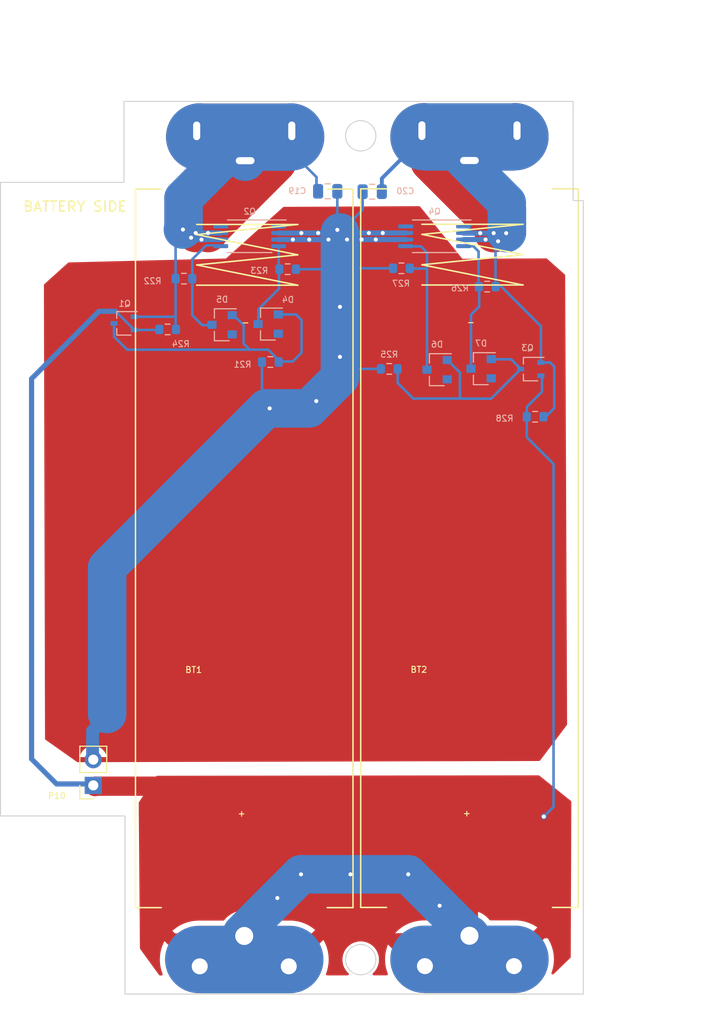
<source format=kicad_pcb>
(kicad_pcb (version 20211014) (generator pcbnew)
  (title_block (date "2023-04-13"))
  (layers (0 "F.Cu" signal) (31 "B.Cu" signal) (34 "B.Paste" user) (35 "F.Paste" user) (36 "B.SilkS" user "B.Silkscreen") (37 "F.SilkS" user "F.Silkscreen") (38 "B.Mask" user) (39 "F.Mask" user) (44 "Edge.Cuts" user))
  (net 0 "")
  (net 1 "/BATT+")
  (net 2 "Net-(BT1-Pad2)")
  (net 3 "Net-(BT2-Pad2)")
  (net 4 "/PWR_GND")
  (net 5 "Net-(D4-Pad1)")
  (net 6 "Net-(D4-Pad2)")
  (net 7 "Net-(D5-Pad1)")
  (net 8 "Net-(D6-Pad1)")
  (net 9 "Net-(D6-Pad2)")
  (net 10 "Net-(D7-Pad1)")
  (footprint "CustomComponents:Battery 21700" (layer "F.Cu") (at 151.79 95.96 180)
    (fp_text reference "BT1" (at 5 -12 unlocked) (layer "F.SilkS") (effects (font (size 0.6 0.6) (thickness 0.1))))
    (fp_text value "Battery_multi_cell" hide)
    (fp_text user "+" (at 0.26 -26.28 180 unlocked) (layer "F.SilkS") (effects (font (size 0.6 0.6) (thickness 0.1))))
    (fp_text user "-" (at -0.13 22.23 180 unlocked) (layer "F.SilkS") (effects (font (size 0.6 0.6) (thickness 0.1))))
    (fp_line (start 4.7 28) (end -5.3 26) (layer "F.SilkS") (width 0.15))
    (fp_line (start 10.75 35.5) (end 8.2 35.5) (layer "F.SilkS") (width 0.15))
    (fp_line (start -10.75 35.5) (end -8.2 35.5) (layer "F.SilkS") (width 0.15))
    (fp_line (start -10.75 -35.5) (end -10.75 35.5) (layer "F.SilkS") (width 0.15))
    (fp_line (start -5.3 29) (end 4.7 28) (layer "F.SilkS") (width 0.15))
    (fp_line (start 10.75 -35.5) (end 8.2 -35.5) (layer "F.SilkS") (width 0.15))
    (fp_line (start -10.75 -35.5) (end -8.2 -35.5) (layer "F.SilkS") (width 0.15))
    (fp_line (start -5.3 26) (end 4.7 26) (layer "F.SilkS") (width 0.15))
    (fp_line (start -5.3 32) (end 4.7 31) (layer "F.SilkS") (width 0.15))
    (fp_line (start -5.3 32) (end 4.7 32) (layer "F.SilkS") (width 0.15))
    (fp_line (start 10.75 -35.5) (end 10.75 35.5) (layer "F.SilkS") (width 0.15))
    (fp_line (start 4.7 31) (end -5.3 29) (layer "F.SilkS") (width 0.15))
    (pad "1" thru_hole circle (at 4.4 -41.3 180) (size 4 4) (drill 1.58) (layers *.Cu *.Mask) (net 1 "/BATT+"))
    (pad "1" thru_hole custom (at 0 -38.3 180) (size 4 4) (drill 1.78) (layers *.Cu *.Mask) (net 1 "/BATT+") (options (clearance outline) (anchor circle)) (primitives (gr_poly (pts (xy 4.5 1) (xy -4.5 1) (xy -4.5 -5.65) (xy 4.5 -5.65)) (width 0.01) (fill yes)) (gr_circle (center 4.5 -2.325) (end 7.825 -2.325) (width 0) (fill yes)) (gr_circle (center -4.5 -2.325) (end -1.175 -2.325) (width 0.01) (fill yes))))
    (pad "1" thru_hole circle (at -4.4 -41.3 180) (size 4 4) (drill 1.58) (layers *.Cu *.Mask) (net 1 "/BATT+"))
    (pad "2" thru_hole custom (at -0.09 38.3) (size 4 4) (drill oval 1.85 0.7) (layers *.Cu *.Mask) (net 2 "Net-(BT1-Pad2)") (options (clearance outline) (anchor circle)) (primitives (gr_poly (pts (xy 4.5 1) (xy -4.5 1) (xy -4.5 -5.65) (xy 4.5 -5.65)) (width 0) (fill yes)) (gr_circle (center 4.5 -2.35) (end 7.825 -2.35) (width 0) (fill yes)) (gr_circle (center -4.5 -2.35) (end -1.175 -2.35) (width 0) (fill yes))))
    (pad "2" thru_hole oval (at 4.7 41.25 180) (size 0.7 1.85) (drill oval 0.7 1.85) (layers *.Cu *.Mask) (net 2 "Net-(BT1-Pad2)"))
    (pad "2" thru_hole oval (at -4.7 41.25 180) (size 0.7 1.85) (drill oval 0.7 1.85) (layers *.Cu *.Mask) (net 2 "Net-(BT1-Pad2)"))
  )
  (footprint "Connector_PinSocket_2.54mm:PinSocket_1x02_P2.54mm_Vertical" (layer "F.Cu") (at 136.87 119.38 180)
    (fp_text reference "P10" (at 3.6 -1.03 unlocked) (layer "F.SilkS") (effects (font (size 0.6 0.6) (thickness 0.1))))
    (fp_text value "Conn_01x02_Female")
    (fp_line (start 1.33 -1.33) (end 1.33 0) (layer "F.SilkS") (width 0.12))
    (fp_line (start -1.33 1.27) (end -1.33 3.87) (layer "F.SilkS") (width 0.12))
    (fp_line (start -1.33 3.87) (end 1.33 3.87) (layer "F.SilkS") (width 0.12))
    (fp_line (start 1.33 1.27) (end 1.33 3.87) (layer "F.SilkS") (width 0.12))
    (fp_line (start -1.33 1.27) (end 1.33 1.27) (layer "F.SilkS") (width 0.12))
    (fp_line (start 0 -1.33) (end 1.33 -1.33) (layer "F.SilkS") (width 0.12))
    (pad "1" thru_hole rect (at 0 0 180) (size 1.7 1.7) (drill 1) (layers *.Cu *.Mask) (net 1 "/BATT+"))
    (pad "2" thru_hole oval (at 0 2.54 180) (size 1.7 1.7) (drill 1) (layers *.Cu *.Mask) (net 4 "/PWR_GND"))
  )
  (footprint "CustomComponents:Battery 21700" (layer "F.Cu") (at 174.05 95.94 180)
    (fp_text reference "BT2" (at 5 -12 unlocked) (layer "F.SilkS") (effects (font (size 0.6 0.6) (thickness 0.1))))
    (fp_text value "Battery_multi_cell" hide)
    (fp_text user "-" (at -0.13 22.23 180 unlocked) (layer "F.SilkS") (effects (font (size 0.6 0.6) (thickness 0.1))))
    (fp_text user "+" (at 0.26 -26.28 180 unlocked) (layer "F.SilkS") (effects (font (size 0.6 0.6) (thickness 0.1))))
    (fp_line (start -5.3 29) (end 4.7 28) (layer "F.SilkS") (width 0.15))
    (fp_line (start 10.75 -35.5) (end 8.2 -35.5) (layer "F.SilkS") (width 0.15))
    (fp_line (start -5.3 32) (end 4.7 32) (layer "F.SilkS") (width 0.15))
    (fp_line (start 4.7 31) (end -5.3 29) (layer "F.SilkS") (width 0.15))
    (fp_line (start -10.75 35.5) (end -8.2 35.5) (layer "F.SilkS") (width 0.15))
    (fp_line (start 10.75 35.5) (end 8.2 35.5) (layer "F.SilkS") (width 0.15))
    (fp_line (start -10.75 -35.5) (end -10.75 35.5) (layer "F.SilkS") (width 0.15))
    (fp_line (start 4.7 28) (end -5.3 26) (layer "F.SilkS") (width 0.15))
    (fp_line (start 10.75 -35.5) (end 10.75 35.5) (layer "F.SilkS") (width 0.15))
    (fp_line (start -10.75 -35.5) (end -8.2 -35.5) (layer "F.SilkS") (width 0.15))
    (fp_line (start -5.3 32) (end 4.7 31) (layer "F.SilkS") (width 0.15))
    (fp_line (start -5.3 26) (end 4.7 26) (layer "F.SilkS") (width 0.15))
    (pad "1" thru_hole circle (at 4.4 -41.3 180) (size 4 4) (drill 1.58) (layers *.Cu *.Mask) (net 1 "/BATT+"))
    (pad "1" thru_hole custom (at 0 -38.3 180) (size 4 4) (drill 1.78) (layers *.Cu *.Mask) (net 1 "/BATT+") (options (clearance outline) (anchor circle)) (primitives (gr_poly (pts (xy 4.5 1) (xy -4.5 1) (xy -4.5 -5.65) (xy 4.5 -5.65)) (width 0.01) (fill yes)) (gr_circle (center 4.5 -2.325) (end 7.825 -2.325) (width 0) (fill yes)) (gr_circle (center -4.5 -2.325) (end -1.175 -2.325) (width 0.01) (fill yes))))
    (pad "1" thru_hole circle (at -4.4 -41.3 180) (size 4 4) (drill 1.58) (layers *.Cu *.Mask) (net 1 "/BATT+"))
    (pad "2" thru_hole custom (at 0 38.3) (size 4 4) (drill oval 1.85 0.7) (layers *.Cu *.Mask) (net 3 "Net-(BT2-Pad2)") (options (clearance outline) (anchor circle)) (primitives (gr_poly (pts (xy 4.5 1) (xy -4.5 1) (xy -4.5 -5.65) (xy 4.5 -5.65)) (width 0) (fill yes)) (gr_circle (center 4.5 -2.35) (end 7.825 -2.35) (width 0) (fill yes)) (gr_circle (center -4.5 -2.35) (end -1.175 -2.35) (width 0) (fill yes))))
    (pad "2" thru_hole oval (at 4.7 41.25 180) (size 0.7 1.85) (drill oval 0.7 1.85) (layers *.Cu *.Mask) (net 3 "Net-(BT2-Pad2)"))
    (pad "2" thru_hole oval (at -4.7 41.25 180) (size 0.7 1.85) (drill oval 0.7 1.85) (layers *.Cu *.Mask) (net 3 "Net-(BT2-Pad2)"))
  )
  (footprint "Package_SO:TSSOP-8_4.4x3mm_P0.65mm" (layer "B.Cu") (at 170.609997 65.1256 180)
    (fp_text reference "Q4" (at 0 2.45 unlocked) (layer "B.SilkS") (effects (font (size 0.6 0.6) (thickness 0.1)) (justify mirror)))
    (fp_text value "8205A")
    (fp_line (start 0 1.61) (end 2.2 1.61) (layer "B.SilkS") (width 0.12))
    (fp_line (start 0 -1.61) (end 2.2 -1.61) (layer "B.SilkS") (width 0.12))
    (fp_line (start 0 -1.61) (end -2.2 -1.61) (layer "B.SilkS") (width 0.12))
    (fp_line (start 0 1.61) (end -3.6 1.61) (layer "B.SilkS") (width 0.12))
    (pad "1" smd roundrect (at -2.8625 0.975 180) (size 1.475 0.4) (layers "B.Cu" "B.Paste" "B.Mask"))
    (pad "2" smd roundrect (at -2.8625 0.325 180) (size 1.475 0.4) (layers "B.Cu" "B.Paste" "B.Mask") (net 3 "Net-(BT2-Pad2)"))
    (pad "3" smd roundrect (at -2.8625 -0.325 180) (size 1.475 0.4) (layers "B.Cu" "B.Paste" "B.Mask") (net 3 "Net-(BT2-Pad2)"))
    (pad "4" smd roundrect (at -2.8625 -0.975 180) (size 1.475 0.4) (layers "B.Cu" "B.Paste" "B.Mask") (net 10 "Net-(D7-Pad1)"))
    (pad "5" smd roundrect (at 2.8625 -0.975 180) (size 1.475 0.4) (layers "B.Cu" "B.Paste" "B.Mask") (net 8 "Net-(D6-Pad1)"))
    (pad "6" smd roundrect (at 2.8625 -0.325 180) (size 1.475 0.4) (layers "B.Cu" "B.Paste" "B.Mask") (net 4 "/PWR_GND"))
    (pad "7" smd roundrect (at 2.8625 0.325 180) (size 1.475 0.4) (layers "B.Cu" "B.Paste" "B.Mask") (net 4 "/PWR_GND"))
    (pad "8" smd roundrect (at 2.8625 0.975 180) (size 1.475 0.4) (layers "B.Cu" "B.Paste" "B.Mask"))
  )
  (footprint "Capacitor_SMD:C_0805_2012Metric" (layer "B.Cu") (at 160.04 60.68)
    (fp_text reference "C19" (at -3.01 -0.04 unlocked) (layer "B.SilkS") (effects (font (size 0.6 0.6) (thickness 0.1)) (justify mirror)))
    (fp_text value "1uF")
    (fp_line (start -0.261252 -0.735) (end 0.261252 -0.735) (layer "B.SilkS") (width 0.12))
    (fp_line (start -0.261252 0.735) (end 0.261252 0.735) (layer "B.SilkS") (width 0.12))
    (pad "1" smd roundrect (at -0.95 0) (size 1 1.45) (layers "B.Cu" "B.Paste" "B.Mask") (net 2 "Net-(BT1-Pad2)"))
    (pad "2" smd roundrect (at 0.95 0) (size 1 1.45) (layers "B.Cu" "B.Paste" "B.Mask") (net 4 "/PWR_GND"))
  )
  (footprint "Resistor_SMD:R_0603_1608Metric" (layer "B.Cu") (at 167.33 68.29 180)
    (fp_text reference "R27" (at 0.04 -1.5 unlocked) (layer "B.SilkS") (effects (font (size 0.6 0.6) (thickness 0.1)) (justify mirror)))
    (fp_text value "20K")
    (fp_line (start -0.237258 -0.5225) (end 0.237258 -0.5225) (layer "B.SilkS") (width 0.12))
    (fp_line (start -0.237258 0.5225) (end 0.237258 0.5225) (layer "B.SilkS") (width 0.12))
    (pad "1" smd roundrect (at -0.825 0 180) (size 0.8 0.95) (layers "B.Cu" "B.Paste" "B.Mask") (net 8 "Net-(D6-Pad1)"))
    (pad "2" smd roundrect (at 0.825 0 180) (size 0.8 0.95) (layers "B.Cu" "B.Paste" "B.Mask") (net 4 "/PWR_GND"))
  )
  (footprint "Resistor_SMD:R_0603_1608Metric" (layer "B.Cu") (at 166.12 78.23 180)
    (fp_text reference "R25" (at 0 1.43 unlocked) (layer "B.SilkS") (effects (font (size 0.6 0.6) (thickness 0.1)) (justify mirror)))
    (fp_text value "100K")
    (fp_line (start -0.237258 0.5225) (end 0.237258 0.5225) (layer "B.SilkS") (width 0.12))
    (fp_line (start -0.237258 -0.5225) (end 0.237258 -0.5225) (layer "B.SilkS") (width 0.12))
    (pad "1" smd roundrect (at -0.825 0 180) (size 0.8 0.95) (layers "B.Cu" "B.Paste" "B.Mask") (net 9 "Net-(D6-Pad2)"))
    (pad "2" smd roundrect (at 0.825 0 180) (size 0.8 0.95) (layers "B.Cu" "B.Paste" "B.Mask") (net 4 "/PWR_GND"))
  )
  (footprint "Resistor_SMD:R_0603_1608Metric" (layer "B.Cu") (at 156.08 68.38)
    (fp_text reference "R23" (at -2.8 0.14 unlocked) (layer "B.SilkS") (effects (font (size 0.6 0.6) (thickness 0.1)) (justify mirror)))
    (fp_text value "20K")
    (fp_line (start -0.237258 -0.5225) (end 0.237258 -0.5225) (layer "B.SilkS") (width 0.12))
    (fp_line (start -0.237258 0.5225) (end 0.237258 0.5225) (layer "B.SilkS") (width 0.12))
    (pad "1" smd roundrect (at -0.825 0) (size 0.8 0.95) (layers "B.Cu" "B.Paste" "B.Mask") (net 5 "Net-(D4-Pad1)"))
    (pad "2" smd roundrect (at 0.825 0) (size 0.8 0.95) (layers "B.Cu" "B.Paste" "B.Mask") (net 4 "/PWR_GND"))
  )
  (footprint "Diode_SMD:D_SOT-23_ANK" (layer "B.Cu") (at 170.85 78.31 180)
    (fp_text reference "D6" (at 0 2.5 unlocked) (layer "B.SilkS") (effects (font (size 0.6 0.6) (thickness 0.1)) (justify mirror)))
    (fp_text value "MMBD914")
    (fp_line (start 0.76 1.58) (end -1.4 1.58) (layer "B.SilkS") (width 0.12))
    (fp_line (start 0.76 1.58) (end 0.76 0.65) (layer "B.SilkS") (width 0.12))
    (fp_line (start 0.76 -1.58) (end 0.76 -0.65) (layer "B.SilkS") (width 0.12))
    (fp_line (start 0.76 -1.58) (end -0.7 -1.58) (layer "B.SilkS") (width 0.12))
    (pad "" smd rect (at -1 -0.95 180) (size 0.9 0.8) (layers "B.Cu" "B.Paste" "B.Mask"))
    (pad "1" smd rect (at 1 0 180) (size 0.9 0.8) (layers "B.Cu" "B.Paste" "B.Mask") (net 8 "Net-(D6-Pad1)"))
    (pad "2" smd rect (at -1 0.95 180) (size 0.9 0.8) (layers "B.Cu" "B.Paste" "B.Mask") (net 9 "Net-(D6-Pad2)"))
  )
  (footprint "Package_SO:TSSOP-8_4.4x3mm_P0.65mm" (layer "B.Cu") (at 152.329998 65.1256 180)
    (fp_text reference "Q2" (at 0 2.45 unlocked) (layer "B.SilkS") (effects (font (size 0.6 0.6) (thickness 0.1)) (justify mirror)))
    (fp_text value "8205A")
    (fp_line (start 0 1.61) (end 2.2 1.61) (layer "B.SilkS") (width 0.12))
    (fp_line (start 0 -1.61) (end 2.2 -1.61) (layer "B.SilkS") (width 0.12))
    (fp_line (start 0 1.61) (end -3.6 1.61) (layer "B.SilkS") (width 0.12))
    (fp_line (start 0 -1.61) (end -2.2 -1.61) (layer "B.SilkS") (width 0.12))
    (pad "1" smd roundrect (at -2.8625 0.975 180) (size 1.475 0.4) (layers "B.Cu" "B.Paste" "B.Mask"))
    (pad "2" smd roundrect (at -2.8625 0.325 180) (size 1.475 0.4) (layers "B.Cu" "B.Paste" "B.Mask") (net 4 "/PWR_GND"))
    (pad "3" smd roundrect (at -2.8625 -0.325 180) (size 1.475 0.4) (layers "B.Cu" "B.Paste" "B.Mask") (net 4 "/PWR_GND"))
    (pad "4" smd roundrect (at -2.8625 -0.975 180) (size 1.475 0.4) (layers "B.Cu" "B.Paste" "B.Mask") (net 5 "Net-(D4-Pad1)"))
    (pad "5" smd roundrect (at 2.8625 -0.975 180) (size 1.475 0.4) (layers "B.Cu" "B.Paste" "B.Mask") (net 7 "Net-(D5-Pad1)"))
    (pad "6" smd roundrect (at 2.8625 -0.325 180) (size 1.475 0.4) (layers "B.Cu" "B.Paste" "B.Mask") (net 2 "Net-(BT1-Pad2)"))
    (pad "7" smd roundrect (at 2.8625 0.325 180) (size 1.475 0.4) (layers "B.Cu" "B.Paste" "B.Mask") (net 2 "Net-(BT1-Pad2)"))
    (pad "8" smd roundrect (at 2.8625 0.975 180) (size 1.475 0.4) (layers "B.Cu" "B.Paste" "B.Mask"))
  )
  (footprint "Resistor_SMD:R_0603_1608Metric" (layer "B.Cu") (at 154.37 77.55 180)
    (fp_text reference "R21" (at 2.75 -0.24 unlocked) (layer "B.SilkS") (effects (font (size 0.6 0.6) (thickness 0.1)) (justify mirror)))
    (fp_text value "100K")
    (fp_line (start -0.237258 -0.5225) (end 0.237258 -0.5225) (layer "B.SilkS") (width 0.12))
    (fp_line (start -0.237258 0.5225) (end 0.237258 0.5225) (layer "B.SilkS") (width 0.12))
    (pad "1" smd roundrect (at -0.825 0 180) (size 0.8 0.95) (layers "B.Cu" "B.Paste" "B.Mask") (net 6 "Net-(D4-Pad2)"))
    (pad "2" smd roundrect (at 0.825 0 180) (size 0.8 0.95) (layers "B.Cu" "B.Paste" "B.Mask") (net 4 "/PWR_GND"))
  )
  (footprint "Resistor_SMD:R_0603_1608Metric" (layer "B.Cu") (at 175.8 70.1)
    (fp_text reference "R26" (at -2.69 0.15 unlocked) (layer "B.SilkS") (effects (font (size 0.6 0.6) (thickness 0.1)) (justify mirror)))
    (fp_text value "100K")
    (fp_line (start -0.237258 0.5225) (end 0.237258 0.5225) (layer "B.SilkS") (width 0.12))
    (fp_line (start -0.237258 -0.5225) (end 0.237258 -0.5225) (layer "B.SilkS") (width 0.12))
    (pad "1" smd roundrect (at -0.825 0) (size 0.8 0.95) (layers "B.Cu" "B.Paste" "B.Mask") (net 10 "Net-(D7-Pad1)"))
    (pad "2" smd roundrect (at 0.825 0) (size 0.8 0.95) (layers "B.Cu" "B.Paste" "B.Mask") (net 3 "Net-(BT2-Pad2)"))
  )
  (footprint "Diode_SMD:D_SOT-23_ANK" (layer "B.Cu") (at 175.2 78.21 180)
    (fp_text reference "D7" (at 0 2.5 unlocked) (layer "B.SilkS") (effects (font (size 0.6 0.6) (thickness 0.1)) (justify mirror)))
    (fp_text value "MMBD914")
    (fp_line (start 0.76 1.58) (end -1.4 1.58) (layer "B.SilkS") (width 0.12))
    (fp_line (start 0.76 1.58) (end 0.76 0.65) (layer "B.SilkS") (width 0.12))
    (fp_line (start 0.76 -1.58) (end 0.76 -0.65) (layer "B.SilkS") (width 0.12))
    (fp_line (start 0.76 -1.58) (end -0.7 -1.58) (layer "B.SilkS") (width 0.12))
    (pad "" smd rect (at -1 -0.95 180) (size 0.9 0.8) (layers "B.Cu" "B.Paste" "B.Mask"))
    (pad "1" smd rect (at 1 0 180) (size 0.9 0.8) (layers "B.Cu" "B.Paste" "B.Mask") (net 10 "Net-(D7-Pad1)"))
    (pad "2" smd rect (at -1 0.95 180) (size 0.9 0.8) (layers "B.Cu" "B.Paste" "B.Mask") (net 9 "Net-(D6-Pad2)"))
  )
  (footprint "Resistor_SMD:R_0603_1608Metric" (layer "B.Cu") (at 180.54 82.96)
    (fp_text reference "R28" (at -3.02 0.16 unlocked) (layer "B.SilkS") (effects (font (size 0.6 0.6) (thickness 0.1)) (justify mirror)))
    (fp_text value "10K")
    (fp_line (start -0.237258 0.5225) (end 0.237258 0.5225) (layer "B.SilkS") (width 0.12))
    (fp_line (start -0.237258 -0.5225) (end 0.237258 -0.5225) (layer "B.SilkS") (width 0.12))
    (pad "1" smd roundrect (at -0.825 0) (size 0.8 0.95) (layers "B.Cu" "B.Paste" "B.Mask") (net 1 "/BATT+"))
    (pad "2" smd roundrect (at 0.825 0) (size 0.8 0.95) (layers "B.Cu" "B.Paste" "B.Mask") (net 3 "Net-(BT2-Pad2)"))
  )
  (footprint "Diode_SMD:D_SOT-23_ANK" (layer "B.Cu") (at 149.6 73.87 180)
    (fp_text reference "D5" (at 0 2.5 unlocked) (layer "B.SilkS") (effects (font (size 0.6 0.6) (thickness 0.1)) (justify mirror)))
    (fp_text value "MMBD914")
    (fp_line (start 0.76 -1.58) (end -0.7 -1.58) (layer "B.SilkS") (width 0.12))
    (fp_line (start 0.76 1.58) (end 0.76 0.65) (layer "B.SilkS") (width 0.12))
    (fp_line (start 0.76 -1.58) (end 0.76 -0.65) (layer "B.SilkS") (width 0.12))
    (fp_line (start 0.76 1.58) (end -1.4 1.58) (layer "B.SilkS") (width 0.12))
    (pad "" smd rect (at -1 -0.95 180) (size 0.9 0.8) (layers "B.Cu" "B.Paste" "B.Mask"))
    (pad "1" smd rect (at 1 0 180) (size 0.9 0.8) (layers "B.Cu" "B.Paste" "B.Mask") (net 7 "Net-(D5-Pad1)"))
    (pad "2" smd rect (at -1 0.95 180) (size 0.9 0.8) (layers "B.Cu" "B.Paste" "B.Mask") (net 6 "Net-(D4-Pad2)"))
  )
  (footprint "Capacitor_SMD:C_0805_2012Metric" (layer "B.Cu") (at 164.44 60.72 180)
    (fp_text reference "C20" (at -3.27 0.06 unlocked) (layer "B.SilkS") (effects (font (size 0.6 0.6) (thickness 0.1)) (justify mirror)))
    (fp_text value "1uF")
    (fp_line (start -0.261252 -0.735) (end 0.261252 -0.735) (layer "B.SilkS") (width 0.12))
    (fp_line (start -0.261252 0.735) (end 0.261252 0.735) (layer "B.SilkS") (width 0.12))
    (pad "1" smd roundrect (at -0.95 0 180) (size 1 1.45) (layers "B.Cu" "B.Paste" "B.Mask") (net 3 "Net-(BT2-Pad2)"))
    (pad "2" smd roundrect (at 0.95 0 180) (size 1 1.45) (layers "B.Cu" "B.Paste" "B.Mask") (net 4 "/PWR_GND"))
  )
  (footprint "Package_TO_SOT_SMD:SOT-323_SC-70" (layer "B.Cu") (at 139.92 73.73 180)
    (fp_text reference "Q1" (at -0.05 1.95 unlocked) (layer "B.SilkS") (effects (font (size 0.6 0.6) (thickness 0.1)) (justify mirror)))
    (fp_text value "3J15")
    (fp_line (start -0.68 -1.16) (end 0.73 -1.16) (layer "B.SilkS") (width 0.12))
    (fp_line (start 0.73 -0.5) (end 0.73 -1.16) (layer "B.SilkS") (width 0.12))
    (fp_line (start 0.73 1.16) (end -1.3 1.16) (layer "B.SilkS") (width 0.12))
    (fp_line (start 0.73 1.16) (end 0.73 0.5) (layer "B.SilkS") (width 0.12))
    (pad "1" smd rect (at -1 0.65 270) (size 0.45 0.7) (layers "B.Cu" "B.Paste" "B.Mask") (net 2 "Net-(BT1-Pad2)"))
    (pad "2" smd rect (at -1 -0.65 270) (size 0.45 0.7) (layers "B.Cu" "B.Paste" "B.Mask") (net 1 "/BATT+"))
    (pad "3" smd rect (at 1 0 270) (size 0.45 0.7) (layers "B.Cu" "B.Paste" "B.Mask") (net 6 "Net-(D4-Pad2)"))
  )
  (footprint "Diode_SMD:D_SOT-23_ANK" (layer "B.Cu") (at 154.16 73.8 180)
    (fp_text reference "D4" (at -1.95 2.41 unlocked) (layer "B.SilkS") (effects (font (size 0.6 0.6) (thickness 0.1)) (justify mirror)))
    (fp_text value "MMBD914")
    (fp_line (start 0.76 -1.58) (end -0.7 -1.58) (layer "B.SilkS") (width 0.12))
    (fp_line (start 0.76 -1.58) (end 0.76 -0.65) (layer "B.SilkS") (width 0.12))
    (fp_line (start 0.76 1.58) (end 0.76 0.65) (layer "B.SilkS") (width 0.12))
    (fp_line (start 0.76 1.58) (end -1.4 1.58) (layer "B.SilkS") (width 0.12))
    (pad "" smd rect (at -1 -0.95 180) (size 0.9 0.8) (layers "B.Cu" "B.Paste" "B.Mask"))
    (pad "1" smd rect (at 1 0 180) (size 0.9 0.8) (layers "B.Cu" "B.Paste" "B.Mask") (net 5 "Net-(D4-Pad1)"))
    (pad "2" smd rect (at -1 0.95 180) (size 0.9 0.8) (layers "B.Cu" "B.Paste" "B.Mask") (net 6 "Net-(D4-Pad2)"))
  )
  (footprint "Resistor_SMD:R_0603_1608Metric" (layer "B.Cu") (at 144.22 74.33)
    (fp_text reference "R24" (at 1.3 1.43 unlocked) (layer "B.SilkS") (effects (font (size 0.6 0.6) (thickness 0.1)) (justify mirror)))
    (fp_text value "10K")
    (fp_line (start -0.237258 -0.5225) (end 0.237258 -0.5225) (layer "B.SilkS") (width 0.12))
    (fp_line (start -0.237258 0.5225) (end 0.237258 0.5225) (layer "B.SilkS") (width 0.12))
    (pad "1" smd roundrect (at -0.825 0) (size 0.8 0.95) (layers "B.Cu" "B.Paste" "B.Mask") (net 1 "/BATT+"))
    (pad "2" smd roundrect (at 0.825 0) (size 0.8 0.95) (layers "B.Cu" "B.Paste" "B.Mask") (net 2 "Net-(BT1-Pad2)"))
  )
  (footprint "Resistor_SMD:R_0603_1608Metric" (layer "B.Cu") (at 145.83 69.31 180)
    (fp_text reference "R22" (at 3.1 -0.24 unlocked) (layer "B.SilkS") (effects (font (size 0.6 0.6) (thickness 0.1)) (justify mirror)))
    (fp_text value "100K")
    (fp_line (start -0.237258 0.5225) (end 0.237258 0.5225) (layer "B.SilkS") (width 0.12))
    (fp_line (start -0.237258 -0.5225) (end 0.237258 -0.5225) (layer "B.SilkS") (width 0.12))
    (pad "1" smd roundrect (at -0.825 0 180) (size 0.8 0.95) (layers "B.Cu" "B.Paste" "B.Mask") (net 7 "Net-(D5-Pad1)"))
    (pad "2" smd roundrect (at 0.825 0 180) (size 0.8 0.95) (layers "B.Cu" "B.Paste" "B.Mask") (net 2 "Net-(BT1-Pad2)"))
  )
  (footprint "Package_TO_SOT_SMD:SOT-323_SC-70" (layer "B.Cu") (at 180.11 78.25 180)
    (fp_text reference "Q3" (at 0.32 2.1 unlocked) (layer "B.SilkS") (effects (font (size 0.6 0.6) (thickness 0.1)) (justify mirror)))
    (fp_text value "3J15")
    (fp_line (start -0.68 -1.16) (end 0.73 -1.16) (layer "B.SilkS") (width 0.12))
    (fp_line (start 0.73 1.16) (end 0.73 0.5) (layer "B.SilkS") (width 0.12))
    (fp_line (start 0.73 -0.5) (end 0.73 -1.16) (layer "B.SilkS") (width 0.12))
    (fp_line (start 0.73 1.16) (end -1.3 1.16) (layer "B.SilkS") (width 0.12))
    (pad "1" smd rect (at -1 0.65 270) (size 0.45 0.7) (layers "B.Cu" "B.Paste" "B.Mask") (net 3 "Net-(BT2-Pad2)"))
    (pad "2" smd rect (at -1 -0.65 270) (size 0.45 0.7) (layers "B.Cu" "B.Paste" "B.Mask") (net 1 "/BATT+"))
    (pad "3" smd rect (at 1 0 270) (size 0.45 0.7) (layers "B.Cu" "B.Paste" "B.Mask") (net 9 "Net-(D6-Pad2)"))
  )
  (gr_line locked (start 140 140) (end 185.3 140) (layer "Edge.Cuts") (width 0.1))
  (gr_line (start 139.9 51.8) (end 139.9 59.8) (layer "Edge.Cuts") (width 0.1))
  (gr_line (start 184.3 51.8) (end 184.3 61.6) (layer "Edge.Cuts") (width 0.1))
  (gr_line (start 139.9 59.8) (end 127.7 59.8) (layer "Edge.Cuts") (width 0.1))
  (gr_line (start 185.3 140) (end 185.3 61.6) (layer "Edge.Cuts") (width 0.1))
  (gr_line (start 185.3 61.6) (end 184.3 61.6) (layer "Edge.Cuts") (width 0.1))
  (gr_circle locked (center 163.3 55.2) (end 164.8 55.2) (layer "Edge.Cuts") (width 0.1) (fill none))
  (gr_line (start 127.7 59.8) (end 127.7 122.4) (layer "Edge.Cuts") (width 0.1))
  (gr_line (start 127.7 122.4) (end 140 122.4) (layer "Edge.Cuts") (width 0.1))
  (gr_line (start 184.3 51.8) (end 139.9 51.8) (layer "Edge.Cuts") (width 0.1))
  (gr_line (start 140 122.4) (end 140 140) (layer "Edge.Cuts") (width 0.1))
  (gr_circle locked (center 163.3 136.6) (end 164.8 136.6) (layer "Edge.Cuts") (width 0.1) (fill none))
  (gr_text "BATTERY SIDE" (at 135.06 62.19) (layer "F.SilkS") (effects (font (size 1 1))))
  (segment (start 174.26 134.15) (end 174.26 131.5) (width 1.27) (layer "F.Cu") (net 1))
  (segment (start 137.07 119.46) (end 142.999983 119.46) (width 1.905) (layer "F.Cu") (net 1))
  (segment (start 151.7 134.26) (end 151.7 129.61) (width 1.27) (layer "F.Cu") (net 1))
  (segment (start 177.83 137.24) (end 181.75 133.32) (width 1.27) (layer "F.Cu") (net 1))
  (segment (start 156.1 137.26) (end 159.62 133.74) (width 1.27) (layer "F.Cu") (net 1))
  (segment (start 151.7 129.61) (end 152.18 129.13) (width 1.27) (layer "F.Cu") (net 1))
  (segment (start 147.3 137.26) (end 143.75 133.71) (width 1.27) (layer "F.Cu") (net 1))
  (segment (start 137.03 119.5) (end 137.07 119.46) (width 1.905) (layer "F.Cu") (net 1))
  (segment (start 169.03 137.24) (end 165.21 133.42) (width 1.27) (layer "F.Cu") (net 1))
  (via (at 157.4 128.17) (size 0.6) (drill 0.4) (layers "F.Cu" "B.Cu") (net 1))
  (via (at 168 128.17) (size 0.6) (drill 0.4) (layers "F.Cu" "B.Cu") (net 1))
  (via (at 162.29 128.17) (size 0.6) (drill 0.4) (layers "F.Cu" "B.Cu") (net 1))
  (via (at 155.06 130.51) (size 0.6) (drill 0.4) (layers "F.Cu" "B.Cu") (net 1))
  (via (at 181.4 122.46) (size 0.6) (drill 0.4) (layers "F.Cu" "B.Cu") (net 1))
  (via (at 171.1 131.27) (size 0.6) (drill 0.4) (layers "F.Cu" "B.Cu") (net 1))
  (segment (start 171.1 131.27) (end 168 128.17) (width 3.81) (layer "B.Cu") (net 1))
  (segment (start 182.36 87.62) (end 182.36 121.5) (width 0.254) (layer "B.Cu") (net 1))
  (segment (start 179.715 82.96) (end 179.715 84.975) (width 0.254) (layer "B.Cu") (net 1))
  (segment (start 136.8 119.24) (end 133.24 119.24) (width 0.508) (layer "B.Cu") (net 1))
  (segment (start 168 128.17) (end 162.29 128.17) (width 3.81) (layer "B.Cu") (net 1))
  (segment (start 139.089994 72.540012) (end 137.430002 72.540012) (width 0.508) (layer "B.Cu") (net 1))
  (segment (start 182.36 121.5) (end 181.4 122.46) (width 0.254) (layer "B.Cu") (net 1))
  (segment (start 130.769995 79.199994) (end 133.960006 76.010008) (width 0.508) (layer "B.Cu") (net 1))
  (segment (start 181.22 79.03) (end 181.09 78.9) (width 0.254) (layer "B.Cu") (net 1))
  (segment (start 133.24 119.24) (end 130.77 116.77) (width 0.508) (layer "B.Cu") (net 1))
  (segment (start 157.4 128.17) (end 155.06 130.51) (width 3.81) (layer "B.Cu") (net 1))
  (segment (start 179.715 84.975) (end 182.36 87.62) (width 0.254) (layer "B.Cu") (net 1))
  (segment (start 162.29 128.17) (end 157.4 128.17) (width 3.81) (layer "B.Cu") (net 1))
  (segment (start 140.92 74.38) (end 143.21 74.38) (width 0.254) (layer "B.Cu") (net 1))
  (segment (start 179.715 81.985) (end 181.22 80.48) (width 0.254) (layer "B.Cu") (net 1))
  (segment (start 179.715 82.96) (end 179.715 81.985) (width 0.254) (layer "B.Cu") (net 1))
  (segment (start 137.430002 72.540012) (end 133.960006 76.010008) (width 0.508) (layer "B.Cu") (net 1))
  (segment (start 155.06 130.51) (end 151.58 133.99) (width 3.81) (layer "B.Cu") (net 1))
  (segment (start 181.22 80.48) (end 181.22 79.03) (width 0.254) (layer "B.Cu") (net 1))
  (segment (start 173.43 133.6) (end 171.1 131.27) (width 3.81) (layer "B.Cu") (net 1))
  (segment (start 130.77 116.77) (end 130.77 79.2) (width 0.508) (layer "B.Cu") (net 1))
  (segment (start 140.92 74.37) (end 139.09 72.54) (width 0.254) (layer "B.Cu") (net 1))
  (segment (start 151.7 57.66) (end 146.995 62.365) (width 3.81) (layer "F.Cu") (net 2))
  (segment (start 146.995 62.365) (end 146.995 64.805) (width 3.81) (layer "F.Cu") (net 2))
  (segment (start 148.215 64.805) (end 148.215 64.655) (width 3.81) (layer "F.Cu") (net 2))
  (segment (start 148.215 64.655) (end 155.02 57.85) (width 3.81) (layer "F.Cu") (net 2))
  (via (at 146.995 64.805) (size 0.6) (drill 0.4) (layers "F.Cu" "B.Cu") (net 2))
  (via (at 148.215 64.805) (size 0.6) (drill 0.4) (layers "F.Cu" "B.Cu") (net 2))
  (via (at 146.535 65.265) (size 0.6) (drill 0.4) (layers "F.Cu" "B.Cu") (net 2))
  (via (at 147.565 65.455) (size 0.6) (drill 0.4) (layers "F.Cu" "B.Cu") (net 2))
  (via (at 145.73 64.46) (size 0.6) (drill 0.4) (layers "F.Cu" "B.Cu") (net 2))
  (segment (start 146.535 65.265) (end 146.725 65.455) (width 0.508) (layer "B.Cu") (net 2))
  (segment (start 145.73 64.46) (end 145.79 64.4) (width 3.81) (layer "B.Cu") (net 2))
  (segment (start 145.005 65.185) (end 145.005 69.31) (width 0.254) (layer "B.Cu") (net 2))
  (segment (start 146.075 64.805) (end 146.995 64.805) (width 0.508) (layer "B.Cu") (net 2))
  (segment (start 145.005 69.31) (end 145.005 73.005) (width 0.254) (layer "B.Cu") (net 2))
  (segment (start 158.93 59.28) (end 157.35 57.7) (width 0.254) (layer "B.Cu") (net 2))
  (segment (start 146.995 64.805) (end 148.215 64.805) (width 0.508) (layer "B.Cu") (net 2))
  (segment (start 158.93 60.52) (end 158.93 59.28) (width 0.254) (layer "B.Cu") (net 2))
  (segment (start 145.79 64.4) (end 145.79 61.38) (width 3.81) (layer "B.Cu") (net 2))
  (segment (start 145.73 64.46) (end 145.005 65.185) (width 0.254) (layer "B.Cu") (net 2))
  (segment (start 144.93 73.08) (end 145.005 73.005) (width 0.254) (layer "B.Cu") (net 2))
  (segment (start 151.7 57.66) (end 149.51 57.66) (width 2.54) (layer "B.Cu") (net 2))
  (segment (start 145.79 61.38) (end 149.51 57.66) (width 3.81) (layer "B.Cu") (net 2))
  (segment (start 146.725 65.455) (end 147.565 65.455) (width 0.508) (layer "B.Cu") (net 2))
  (segment (start 145.005 73.005) (end 145.005 74.465) (width 0.254) (layer "B.Cu") (net 2))
  (segment (start 145.73 64.46) (end 146.535 65.265) (width 0.508) (layer "B.Cu") (net 2))
  (segment (start 148.215 64.805) (end 149.4675 64.805) (width 0.508) (layer "B.Cu") (net 2))
  (segment (start 147.565 65.455) (end 149.4675 65.455) (width 0.508) (layer "B.Cu") (net 2))
  (segment (start 140.92 73.08) (end 144.93 73.08) (width 0.254) (layer "B.Cu") (net 2))
  (segment (start 145.73 64.46) (end 146.075 64.805) (width 0.508) (layer "B.Cu") (net 2))
  (segment (start 173.54 57.64) (end 176.445 60.545) (width 3.81) (layer "F.Cu") (net 3))
  (segment (start 176.445 60.545) (end 176.445 64.815) (width 3.81) (layer "F.Cu") (net 3))
  (segment (start 176.445 64.105) (end 170.14 57.8) (width 3.81) (layer "F.Cu") (net 3))
  (segment (start 173.43 57.64) (end 173.54 57.64) (width 3.81) (layer "F.Cu") (net 3))
  (via (at 175.115 64.815) (size 0.6) (drill 0.4) (layers "F.Cu" "B.Cu") (net 3))
  (via (at 177.68 64.82) (size 0.6) (drill 0.4) (layers "F.Cu" "B.Cu") (net 3))
  (via (at 176.88 65.62) (size 0.6) (drill 0.4) (layers "F.Cu" "B.Cu") (net 3))
  (via (at 176.445 64.815) (size 0.6) (drill 0.4) (layers "F.Cu" "B.Cu") (net 3))
  (via (at 175.6394 65.4506) (size 0.6) (drill 0.4) (layers "F.Cu" "B.Cu") (net 3))
  (segment (start 182.03 77.6) (end 182.43 78) (width 0.254) (layer "B.Cu") (net 3))
  (segment (start 181.11 74.01) (end 177.15 70.05) (width 0.254) (layer "B.Cu") (net 3))
  (segment (start 175.6394 65.4506) (end 173.472497 65.4506) (width 0.508) (layer "B.Cu") (net 3))
  (segment (start 165.39 60.72) (end 165.39 59.41) (width 0.381) (layer "B.Cu") (net 3))
  (segment (start 177.69 64.81) (end 177.685 64.815) (width 0.508) (layer "B.Cu") (net 3))
  (segment (start 177.69 64.81) (end 177.68 64.82) (width 0.254) (layer "B.Cu") (net 3))
  (segment (start 177.0494 65.4506) (end 175.6394 65.4506) (width 0.508) (layer "B.Cu") (net 3))
  (segment (start 177.68 64.82) (end 176.88 65.62) (width 0.254) (layer "B.Cu") (net 3))
  (segment (start 177.75 62.54) (end 177.75 64.75) (width 3.81) (layer "B.Cu") (net 3))
  (segment (start 177.69 64.81) (end 177.0494 65.4506) (width 0.508) (layer "B.Cu") (net 3))
  (segment (start 165.39 59.41) (end 167.66 57.14) (width 0.381) (layer "B.Cu") (net 3))
  (segment (start 181.11 77.6) (end 181.11 74.01) (width 0.254) (layer "B.Cu") (net 3))
  (segment (start 181.11 77.6) (end 182.03 77.6) (width 0.254) (layer "B.Cu") (net 3))
  (segment (start 176.625 65.875) (end 176.625 70.1) (width 0.254) (layer "B.Cu") (net 3))
  (segment (start 176.88 65.62) (end 176.625 65.875) (width 0.254) (layer "B.Cu") (net 3))
  (segment (start 177.73 62.59) (end 177.73 61.81) (width 3.81) (layer "B.Cu") (net 3))
  (segment (start 177.15 70.05) (end 176.59 70.05) (width 0.254) (layer "B.Cu") (net 3))
  (segment (start 177.73 61.81) (end 173.56 57.64) (width 3.81) (layer "B.Cu") (net 3))
  (segment (start 177.75 64.75) (end 177.69 64.81) (width 3.81) (layer "B.Cu") (net 3))
  (segment (start 175.115 64.815) (end 173.4725 64.815) (width 0.508) (layer "B.Cu") (net 3))
  (segment (start 177.75 62.54) (end 177.73 62.56) (width 3.81) (layer "B.Cu") (net 3))
  (segment (start 182.43 78) (end 182.43 82.11) (width 0.254) (layer "B.Cu") (net 3))
  (segment (start 182.43 82.11) (end 181.5 83.04) (width 0.254) (layer "B.Cu") (net 3))
  (segment (start 176.445 64.815) (end 175.115 64.815) (width 0.508) (layer "B.Cu") (net 3))
  (segment (start 177.685 64.815) (end 176.445 64.815) (width 0.508) (layer "B.Cu") (net 3))
  (via (at 160.115 65.455) (size 0.6) (drill 0.4) (layers "F.Cu" "B.Cu") (net 4))
  (via (at 156.595 65.455) (size 0.6) (drill 0.4) (layers "F.Cu" "B.Cu") (net 4))
  (via (at 154.3 82.13) (size 0.6) (drill 0.4) (layers "F.Cu" "B.Cu") (net 4))
  (via (at 158.215 65.455) (size 0.6) (drill 0.4) (layers "F.Cu" "B.Cu") (net 4))
  (via (at 164.1094 64.8006) (size 0.6) (drill 0.4) (layers "F.Cu" "B.Cu") (net 4))
  (via (at 161.9506 65.4506) (size 0.6) (drill 0.4) (layers "F.Cu" "B.Cu") (net 4))
  (via (at 164.7894 65.4506) (size 0.6) (drill 0.4) (layers "F.Cu" "B.Cu") (net 4))
  (via (at 158.91 81.41) (size 0.6) (drill 0.4) (layers "F.Cu" "B.Cu") (net 4))
  (via (at 161.249995 72.100005) (size 0.6) (drill 0.4) (layers "F.Cu" "B.Cu") (net 4))
  (via (at 160.99 64.49) (size 0.6) (drill 0.4) (layers "F.Cu" "B.Cu") (net 4))
  (via (at 165.4794 64.8006) (size 0.6) (drill 0.4) (layers "F.Cu" "B.Cu") (net 4))
  (via (at 161.249995 77.040003) (size 0.6) (drill 0.4) (layers "F.Cu" "B.Cu") (net 4))
  (via (at 163.3894 65.4506) (size 0.6) (drill 0.4) (layers "F.Cu" "B.Cu") (net 4))
  (via (at 159.095 64.805) (size 0.6) (drill 0.4) (layers "F.Cu" "B.Cu") (net 4))
  (via (at 157.435 64.805) (size 0.6) (drill 0.4) (layers "F.Cu" "B.Cu") (net 4))
  (segment (start 156.595 65.455) (end 158.215 65.455) (width 0.508) (layer "B.Cu") (net 4))
  (segment (start 161.249995 72.100005) (end 161.249995 69.030012) (width 3.81) (layer "B.Cu") (net 4))
  (segment (start 158.215 65.455) (end 160.115 65.455) (width 0.508) (layer "B.Cu") (net 4))
  (segment (start 159.095 64.805) (end 161.195 64.805) (width 0.508) (layer "B.Cu") (net 4))
  (segment (start 138.21 112.6) (end 138.21 112.29) (width 1.27) (layer "B.Cu") (net 4))
  (segment (start 136.8 114.01) (end 138.21 112.6) (width 1.27) (layer "B.Cu") (net 4))
  (segment (start 153.96 82.13) (end 154.3 82.13) (width 3.81) (layer "B.Cu") (net 4))
  (segment (start 155.1925 64.805) (end 157.435 64.805) (width 0.508) (layer "B.Cu") (net 4))
  (segment (start 160.6 68.38) (end 161.25 69.03) (width 0.254) (layer "B.Cu") (net 4))
  (segment (start 153.545 81.715) (end 153.96 82.13) (width 0.254) (layer "B.Cu") (net 4))
  (segment (start 163.3894 65.4506) (end 161.9506 65.4506) (width 0.508) (layer "B.Cu") (net 4))
  (segment (start 164.1094 64.8006) (end 161.3006 64.8006) (width 0.508) (layer "B.Cu") (net 4))
  (segment (start 160.115 65.455) (end 160.545 65.455) (width 0.508) (layer "B.Cu") (net 4))
  (segment (start 155.1925 65.455) (end 156.595 65.455) (width 0.508) (layer "B.Cu") (net 4))
  (segment (start 161.249995 77.040003) (end 161.249995 72.100005) (width 3.81) (layer "B.Cu") (net 4))
  (segment (start 160.99 60.68) (end 160.99 64.49) (width 0.254) (layer "B.Cu") (net 4))
  (segment (start 165.295 78.23) (end 162.44 78.23) (width 0.254) (layer "B.Cu") (net 4))
  (segment (start 158.19 82.13) (end 158.91 81.41) (width 3.81) (layer "B.Cu") (net 4))
  (segment (start 163.49 60.72) (end 163.49 62.51) (width 0.254) (layer "B.Cu") (net 4))
  (segment (start 166.505 68.29) (end 161.99 68.29) (width 0.254) (layer "B.Cu") (net 4))
  (segment (start 161.195 64.805) (end 161.25 64.75) (width 0.508) (layer "B.Cu") (net 4))
  (segment (start 160.99 64.49) (end 161.25 64.75) (width 0.254) (layer "B.Cu") (net 4))
  (segment (start 167.747497 65.4506) (end 164.7894 65.4506) (width 0.508) (layer "B.Cu") (net 4))
  (segment (start 153.545 77.55) (end 153.545 81.715) (width 0.254) (layer "B.Cu") (net 4))
  (segment (start 156.905 68.38) (end 160.6 68.38) (width 0.254) (layer "B.Cu") (net 4))
  (segment (start 158.91 81.41) (end 161.25 79.07) (width 3.81) (layer "B.Cu") (net 4))
  (segment (start 161.1 77.19) (end 161.25 77.04) (width 0.254) (layer "B.Cu") (net 4))
  (segment (start 136.8 116.7) (end 136.8 114.01) (width 1.27) (layer "B.Cu") (net 4))
  (segment (start 167.747497 64.8006) (end 165.4794 64.8006) (width 0.508) (layer "B.Cu") (net 4))
  (segment (start 164.7894 65.4506) (end 163.3894 65.4506) (width 0.508) (layer "B.Cu") (net 4))
  (segment (start 161.25 79.07) (end 161.25 77.04) (width 3.81) (layer "B.Cu") (net 4))
  (segment (start 165.4794 64.8006) (end 164.1094 64.8006) (width 0.508) (layer "B.Cu") (net 4))
  (segment (start 153.96 82.13) (end 138.240008 97.849992) (width 3.81) (layer "B.Cu") (net 4))
  (segment (start 161.9506 65.4506) (end 161.25 64.75) (width 0.508) (layer "B.Cu") (net 4))
  (segment (start 157.435 64.805) (end 159.095 64.805) (width 0.508) (layer "B.Cu") (net 4))
  (segment (start 154.3 82.13) (end 158.19 82.13) (width 3.81) (layer "B.Cu") (net 4))
  (segment (start 162.44 78.23) (end 161.25 77.04) (width 0.254) (layer "B.Cu") (net 4))
  (segment (start 161.3006 64.8006) (end 161.25 64.75) (width 0.508) (layer "B.Cu") (net 4))
  (segment (start 160.545 65.455) (end 161.25 64.75) (width 0.508) (layer "B.Cu") (net 4))
  (segment (start 161.249995 69.030012) (end 161.249995 64.75001) (width 3.81) (layer "B.Cu") (net 4))
  (segment (start 163.49 62.51) (end 161.25 64.75) (width 0.254) (layer "B.Cu") (net 4))
  (segment (start 161.99 68.29) (end 161.25 69.03) (width 0.254) (layer "B.Cu") (net 4))
  (segment (start 138.240008 97.849992) (end 138.240008 112.319994) (width 3.81) (layer "B.Cu") (net 4))
  (segment (start 155.22 68.38) (end 155.22 70.31) (width 0.254) (layer "B.Cu") (net 5))
  (segment (start 155.192498 66.1006) (end 155.192498 68.352498) (width 0.254) (layer "B.Cu") (net 5))
  (segment (start 155.22 70.31) (end 153.19 72.34) (width 0.254) (layer "B.Cu") (net 5))
  (segment (start 153.19 72.34) (end 153.19 73.8) (width 0.254) (layer "B.Cu") (net 5))
  (segment (start 154.16 76.33) (end 152.33 76.33) (width 0.254) (layer "B.Cu") (net 6))
  (segment (start 155.195 77.365) (end 154.16 76.33) (width 0.254) (layer "B.Cu") (net 6))
  (segment (start 152.33 76.33) (end 140.22 76.33) (width 0.254) (layer "B.Cu") (net 6))
  (segment (start 156.9 72.85) (end 157.46 73.41) (width 0.254) (layer "B.Cu") (net 6))
  (segment (start 152.33 76.33) (end 151.73 75.73) (width 0.254) (layer "B.Cu") (net 6))
  (segment (start 157.46 73.41) (end 157.46 76.62) (width 0.254) (layer "B.Cu") (net 6))
  (segment (start 156.58 77.5) (end 155.12 77.5) (width 0.254) (layer "B.Cu") (net 6))
  (segment (start 140.22 76.33) (end 138.92 75.03) (width 0.254) (layer "B.Cu") (net 6))
  (segment (start 155.16 72.85) (end 156.9 72.85) (width 0.254) (layer "B.Cu") (net 6))
  (segment (start 138.92 75.03) (end 138.92 73.76) (width 0.254) (layer "B.Cu") (net 6))
  (segment (start 151.73 75.73) (end 151.73 73.91) (width 0.254) (layer "B.Cu") (net 6))
  (segment (start 151.73 73.91) (end 150.85 73.03) (width 0.254) (layer "B.Cu") (net 6))
  (segment (start 157.46 76.62) (end 156.58 77.5) (width 0.254) (layer "B.Cu") (net 6))
  (segment (start 146.655 69.31) (end 146.655 72.925) (width 0.254) (layer "B.Cu") (net 7))
  (segment (start 147.63 73.9) (end 148.55 73.9) (width 0.254) (layer "B.Cu") (net 7))
  (segment (start 146.66 67.39) (end 146.66 69.21) (width 0.254) (layer "B.Cu") (net 7))
  (segment (start 148.03 66.02) (end 146.66 67.39) (width 0.254) (layer "B.Cu") (net 7))
  (segment (start 146.655 72.925) (end 147.63 73.9) (width 0.254) (layer "B.Cu") (net 7))
  (segment (start 149.386898 66.02) (end 148.03 66.02) (width 0.254) (layer "B.Cu") (net 7))
  (segment (start 149.467498 66.1006) (end 149.386898 66.02) (width 0.254) (layer "B.Cu") (net 7))
  (segment (start 169.85 66.73) (end 169.24 66.12) (width 0.254) (layer "B.Cu") (net 8))
  (segment (start 168.02 66.12) (end 169.24 66.12) (width 0.254) (layer "B.Cu") (net 8))
  (segment (start 169.76 68.32) (end 169.85 68.41) (width 0.254) (layer "B.Cu") (net 8))
  (segment (start 169.85 78.31) (end 169.85 68.41) (width 0.254) (layer "B.Cu") (net 8))
  (segment (start 169.85 68.41) (end 169.85 66.73) (width 0.254) (layer "B.Cu") (net 8))
  (segment (start 168.185 68.32) (end 169.76 68.32) (width 0.254) (layer "B.Cu") (net 8))
  (segment (start 176.19 81.17) (end 173.28 81.17) (width 0.254) (layer "B.Cu") (net 9))
  (segment (start 173.11 81) (end 173.28 81.17) (width 0.254) (layer "B.Cu") (net 9))
  (segment (start 168.49 81.16) (end 166.96 79.63) (width 0.254) (layer "B.Cu") (net 9))
  (segment (start 178.17 77.28) (end 176.26 77.28) (width 0.254) (layer "B.Cu") (net 9))
  (segment (start 173.11 81) (end 173.11 78.59) (width 0.254) (layer "B.Cu") (net 9))
  (segment (start 173.11 78.59) (end 171.84 77.32) (width 0.254) (layer "B.Cu") (net 9))
  (segment (start 173.27 81.16) (end 168.49 81.16) (width 0.254) (layer "B.Cu") (net 9))
  (segment (start 166.96 79.63) (end 166.96 78.11) (width 0.254) (layer "B.Cu") (net 9))
  (segment (start 179.11 78.25) (end 176.19 81.17) (width 0.254) (layer "B.Cu") (net 9))
  (segment (start 179.11 78.22) (end 178.17 77.28) (width 0.254) (layer "B.Cu") (net 9))
  (segment (start 175.01 72.07) (end 175.01 70.13) (width 0.254) (layer "B.Cu") (net 10))
  (segment (start 174.2 72.88) (end 175.01 72.07) (width 0.254) (layer "B.Cu") (net 10))
  (segment (start 174.4306 66.1006) (end 174.95 66.62) (width 0.254) (layer "B.Cu") (net 10))
  (segment (start 174.95 66.62) (end 174.95 70.13) (width 0.254) (layer "B.Cu") (net 10))
  (segment (start 173.472497 66.1006) (end 174.4306 66.1006) (width 0.254) (layer "B.Cu") (net 10))
  (segment (start 174.2 78.21) (end 174.2 72.88) (width 0.254) (layer "B.Cu") (net 10))
  (zone (net 1) (net_name "/BATT+") (layer "F.Cu") (connect_pads (clearance 0.3)) (min_thickness 0.254) (fill yes (thermal_gap 0.508) (thermal_bridge_width 0.508))
    (polygon (pts (xy 143.12 118.43) (xy 180.93 118.39) (xy 184.12 120.95) (xy 184.06 136.39) (xy 182.25 138.14) (xy 143.41 138.17) (xy 141.48 135.52) (xy 141.36 121.07)))
  )
  (zone (net 4) (net_name "/PWR_GND") (layer "F.Cu") (connect_pads (clearance 0.3)) (min_thickness 0.254) (fill yes (thermal_gap 0.508) (thermal_bridge_width 0.508))
    (polygon (pts (xy 169.14 62.15) (xy 173.35 67.35) (xy 181.68 67.31) (xy 183.51 68.93) (xy 183.7 113.39) (xy 181 116.97) (xy 135.29 117.09) (xy 132.1 114.84) (xy 131.99 69.89) (xy 134.41 67.71) (xy 149.98 67.32) (xy 155.66 62.22)))
  )
)
</source>
